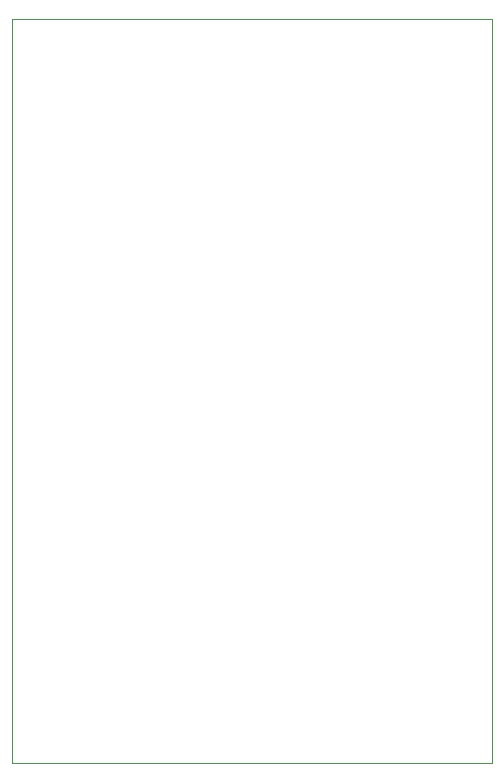
<source format=gbr>
G04 #@! TF.GenerationSoftware,KiCad,Pcbnew,(5.1.4-0-10_14)*
G04 #@! TF.CreationDate,2020-01-13T15:42:18-06:00*
G04 #@! TF.ProjectId,MIDI_TRANSMITTER,4d494449-5f54-4524-914e-534d49545445,rev?*
G04 #@! TF.SameCoordinates,Original*
G04 #@! TF.FileFunction,Profile,NP*
%FSLAX46Y46*%
G04 Gerber Fmt 4.6, Leading zero omitted, Abs format (unit mm)*
G04 Created by KiCad (PCBNEW (5.1.4-0-10_14)) date 2020-01-13 15:42:18*
%MOMM*%
%LPD*%
G04 APERTURE LIST*
%ADD10C,0.050000*%
G04 APERTURE END LIST*
D10*
X111760000Y-50038000D02*
X111760000Y-52070000D01*
X152400000Y-50038000D02*
X152400000Y-52070000D01*
X111760000Y-52070000D02*
X111760000Y-53340000D01*
X152400000Y-52070000D02*
X152400000Y-53340000D01*
X111760000Y-113030000D02*
X111760000Y-53340000D01*
X152400000Y-113030000D02*
X111760000Y-113030000D01*
X152400000Y-53340000D02*
X152400000Y-113030000D01*
X111760000Y-50038000D02*
X152400000Y-50038000D01*
M02*

</source>
